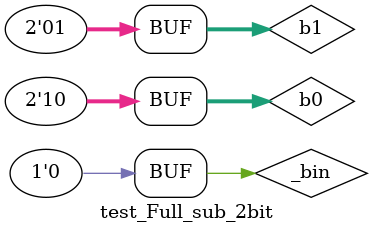
<source format=v>
module Full_sub_1bit (x,y,bin,diff,bout);

input x,y,bin;
output diff,bout;

wire xor_xy,not_x,w1,w2;

xor (xor_xy,x,y);
xor (diff,bin,xor_xy);

not (not_x,x);
and (w1,not_x,y);

not(not_xor_xy,xor_xy);
and (w2,not_xor_xy,bin);

or (bout,w2,w1);
endmodule

module Full_sub_2bit (x,y,_bin,diff,_bout);

input [1:0] x,y;
input _bin;
output [1:0] diff;
output _bout;

Full_sub_1bit m0(.x(x[0]),.y(y[0]),.bin(_bin),.diff(diff[0]),.bout(w1));
Full_sub_1bit m1(.x(x[1]),.y(y[1]),.bin(w1),.diff(diff[1]),.bout(_bout));

endmodule


module test_Full_sub_2bit();

reg [1:0]b0,b1;
reg _bin;

wire [1:0]_diff;
wire _bout;

Full_sub_2bit full(.x(b0),.y(b1),._bin(_bin),.diff(_diff),._bout(_bout));


initial begin

b0=2'b11; b1=2'b11; _bin=1'b0;

#10

b0=2'b11; b1=2'b00; _bin=1'b0;

#10

b0=2'b10; b1=2'b01; _bin=1'b0;

end
endmodule
</source>
